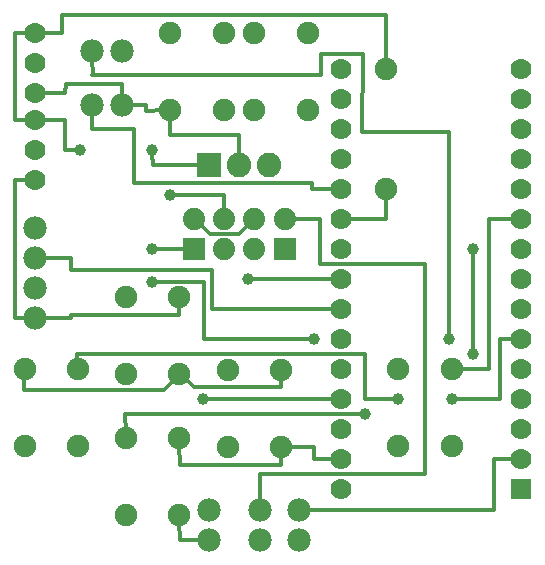
<source format=gtl>
G04 MADE WITH FRITZING*
G04 WWW.FRITZING.ORG*
G04 DOUBLE SIDED*
G04 HOLES PLATED*
G04 CONTOUR ON CENTER OF CONTOUR VECTOR*
%ASAXBY*%
%FSLAX23Y23*%
%MOIN*%
%OFA0B0*%
%SFA1.0B1.0*%
%ADD10C,0.039370*%
%ADD11C,0.078000*%
%ADD12C,0.075000*%
%ADD13C,0.082000*%
%ADD14C,0.069444*%
%ADD15C,0.070000*%
%ADD16C,0.074472*%
%ADD17R,0.082000X0.082000*%
%ADD18R,0.069972X0.070000*%
%ADD19R,0.074472X0.074108*%
%ADD20C,0.012000*%
%LNCOPPER1*%
G90*
G70*
G54D10*
X1477Y818D03*
G54D11*
X677Y248D03*
X677Y148D03*
G54D10*
X807Y1018D03*
G54D11*
X847Y248D03*
X847Y148D03*
X977Y248D03*
X977Y148D03*
G54D12*
X238Y462D03*
X238Y718D03*
X61Y462D03*
X61Y718D03*
X238Y462D03*
X238Y718D03*
X61Y462D03*
X61Y718D03*
X400Y958D03*
X400Y702D03*
X577Y958D03*
X577Y702D03*
X400Y958D03*
X400Y702D03*
X577Y958D03*
X577Y702D03*
X400Y488D03*
X400Y232D03*
X577Y488D03*
X577Y232D03*
X400Y488D03*
X400Y232D03*
X577Y488D03*
X577Y232D03*
X740Y714D03*
X740Y458D03*
X917Y714D03*
X917Y458D03*
X740Y714D03*
X740Y458D03*
X917Y714D03*
X917Y458D03*
X1485Y462D03*
X1485Y718D03*
X1307Y462D03*
X1307Y718D03*
X1485Y462D03*
X1485Y718D03*
X1307Y462D03*
X1307Y718D03*
G54D13*
X676Y1398D03*
X776Y1398D03*
X876Y1398D03*
G54D14*
X97Y1548D03*
X97Y1448D03*
X97Y1349D03*
X94Y1836D03*
X94Y1736D03*
X94Y1636D03*
G54D15*
X1717Y318D03*
X1717Y418D03*
X1717Y518D03*
X1717Y618D03*
X1717Y718D03*
X1717Y818D03*
X1717Y918D03*
X1717Y1018D03*
X1717Y1118D03*
X1717Y1218D03*
X1717Y1318D03*
X1717Y1418D03*
X1717Y1518D03*
X1717Y1618D03*
X1717Y1718D03*
X1117Y318D03*
X1117Y418D03*
X1117Y518D03*
X1117Y618D03*
X1117Y718D03*
X1117Y818D03*
X1117Y918D03*
X1117Y1018D03*
X1117Y1118D03*
X1117Y1218D03*
X1117Y1318D03*
X1117Y1418D03*
X1117Y1518D03*
X1117Y1618D03*
X1117Y1718D03*
G54D12*
X1267Y1718D03*
X1267Y1318D03*
X725Y1582D03*
X725Y1838D03*
X547Y1582D03*
X547Y1838D03*
X725Y1582D03*
X725Y1838D03*
X547Y1582D03*
X547Y1838D03*
X1005Y1582D03*
X1005Y1838D03*
X827Y1582D03*
X827Y1838D03*
X1005Y1582D03*
X1005Y1838D03*
X827Y1582D03*
X827Y1838D03*
G54D16*
X928Y1118D03*
X928Y1218D03*
X827Y1118D03*
X827Y1218D03*
X727Y1118D03*
X727Y1218D03*
X626Y1118D03*
X626Y1218D03*
X928Y1118D03*
X928Y1218D03*
X827Y1118D03*
X827Y1218D03*
X727Y1118D03*
X727Y1218D03*
X626Y1118D03*
X626Y1218D03*
G54D11*
X287Y1598D03*
X387Y1598D03*
X287Y1778D03*
X387Y1778D03*
X97Y888D03*
X97Y988D03*
X97Y1088D03*
X97Y1188D03*
G54D10*
X547Y1298D03*
X1027Y818D03*
X1197Y568D03*
X1557Y768D03*
X1557Y1118D03*
X487Y1448D03*
X247Y1448D03*
X657Y618D03*
X487Y1008D03*
X1307Y618D03*
X1487Y618D03*
X487Y1118D03*
G54D17*
X676Y1398D03*
G54D18*
X1717Y318D03*
G54D19*
X928Y1118D03*
X928Y1118D03*
X626Y1118D03*
G54D20*
X1477Y1509D02*
X1187Y1509D01*
D02*
X1187Y1509D02*
X1188Y1768D01*
D02*
X1048Y1768D02*
X1048Y1698D01*
D02*
X1048Y1698D02*
X287Y1698D01*
D02*
X288Y1698D02*
X287Y1754D01*
D02*
X1188Y1768D02*
X1048Y1768D01*
D02*
X1477Y832D02*
X1477Y1509D01*
D02*
X1267Y1898D02*
X187Y1898D01*
D02*
X187Y1898D02*
X187Y1838D01*
D02*
X187Y1838D02*
X115Y1836D01*
D02*
X1267Y1741D02*
X1267Y1898D01*
D02*
X578Y148D02*
X577Y209D01*
D02*
X653Y148D02*
X578Y148D01*
D02*
X1267Y1218D02*
X1141Y1218D01*
D02*
X1267Y1295D02*
X1267Y1218D01*
D02*
X777Y1168D02*
X678Y1168D01*
D02*
X678Y1168D02*
X644Y1200D01*
D02*
X809Y1200D02*
X777Y1168D01*
D02*
X1094Y1018D02*
X821Y1018D01*
D02*
X1608Y718D02*
X1608Y1219D01*
D02*
X1508Y718D02*
X1608Y718D01*
D02*
X1608Y1219D02*
X1694Y1218D01*
D02*
X687Y918D02*
X687Y1048D01*
D02*
X687Y1048D02*
X217Y1048D01*
D02*
X217Y1048D02*
X217Y1088D01*
D02*
X217Y1088D02*
X122Y1088D01*
D02*
X1094Y918D02*
X687Y918D01*
D02*
X427Y1518D02*
X427Y1338D01*
D02*
X287Y1518D02*
X427Y1518D01*
D02*
X287Y1574D02*
X287Y1518D01*
D02*
X1018Y1318D02*
X1094Y1318D01*
D02*
X1018Y1338D02*
X1018Y1318D01*
D02*
X427Y1338D02*
X1018Y1338D01*
D02*
X1397Y368D02*
X1397Y1069D01*
D02*
X847Y369D02*
X1397Y368D01*
D02*
X847Y273D02*
X847Y369D01*
D02*
X1627Y419D02*
X1627Y248D01*
D02*
X1627Y248D02*
X1002Y248D01*
D02*
X1694Y418D02*
X1627Y419D01*
D02*
X1397Y1069D02*
X1047Y1068D01*
D02*
X1047Y1219D02*
X954Y1219D01*
D02*
X1047Y1068D02*
X1047Y1219D01*
D02*
X727Y1299D02*
X561Y1298D01*
D02*
X727Y1244D02*
X727Y1299D01*
D02*
X467Y1578D02*
X467Y1598D01*
D02*
X467Y1598D02*
X412Y1598D01*
D02*
X524Y1581D02*
X467Y1578D01*
D02*
X776Y1425D02*
X777Y1499D01*
D02*
X547Y1499D02*
X547Y1559D01*
D02*
X777Y1499D02*
X547Y1499D01*
D02*
X197Y1638D02*
X198Y1669D01*
D02*
X198Y1669D02*
X387Y1669D01*
D02*
X115Y1636D02*
X197Y1638D01*
D02*
X387Y1669D02*
X387Y1623D01*
D02*
X217Y888D02*
X97Y888D01*
D02*
X217Y899D02*
X217Y888D01*
D02*
X577Y899D02*
X217Y899D01*
D02*
X577Y935D02*
X577Y899D01*
D02*
X28Y888D02*
X28Y1348D01*
D02*
X28Y1348D02*
X77Y1348D01*
D02*
X73Y888D02*
X28Y888D01*
D02*
X917Y659D02*
X627Y659D01*
D02*
X917Y691D02*
X917Y659D01*
D02*
X627Y659D02*
X595Y687D01*
D02*
X1027Y419D02*
X1027Y458D01*
D02*
X1027Y458D02*
X940Y458D01*
D02*
X1094Y418D02*
X1027Y419D01*
D02*
X1694Y819D02*
X1647Y819D01*
D02*
X1647Y819D02*
X1647Y618D01*
D02*
X1647Y618D02*
X1501Y618D01*
D02*
X1294Y618D02*
X1197Y619D01*
D02*
X1197Y619D02*
X1197Y769D01*
D02*
X1197Y769D02*
X237Y769D01*
D02*
X237Y769D02*
X238Y741D01*
D02*
X1014Y818D02*
X658Y818D01*
D02*
X658Y818D02*
X658Y1009D01*
D02*
X658Y1009D02*
X501Y1008D01*
D02*
X399Y511D02*
X397Y568D01*
D02*
X397Y568D02*
X1184Y568D01*
D02*
X1557Y782D02*
X1557Y1105D01*
D02*
X77Y1549D02*
X28Y1549D01*
D02*
X28Y1549D02*
X28Y1838D01*
D02*
X28Y1838D02*
X73Y1836D01*
D02*
X488Y1399D02*
X487Y1435D01*
D02*
X650Y1398D02*
X488Y1399D01*
D02*
X1094Y618D02*
X671Y618D01*
D02*
X197Y1448D02*
X197Y1548D01*
D02*
X197Y1548D02*
X118Y1548D01*
D02*
X234Y1448D02*
X197Y1448D01*
D02*
X527Y648D02*
X562Y685D01*
D02*
X58Y648D02*
X527Y648D01*
D02*
X60Y695D02*
X58Y648D01*
D02*
X578Y399D02*
X917Y399D01*
D02*
X917Y399D02*
X917Y435D01*
D02*
X577Y465D02*
X578Y399D01*
D02*
X600Y1118D02*
X501Y1118D01*
G04 End of Copper1*
M02*
</source>
